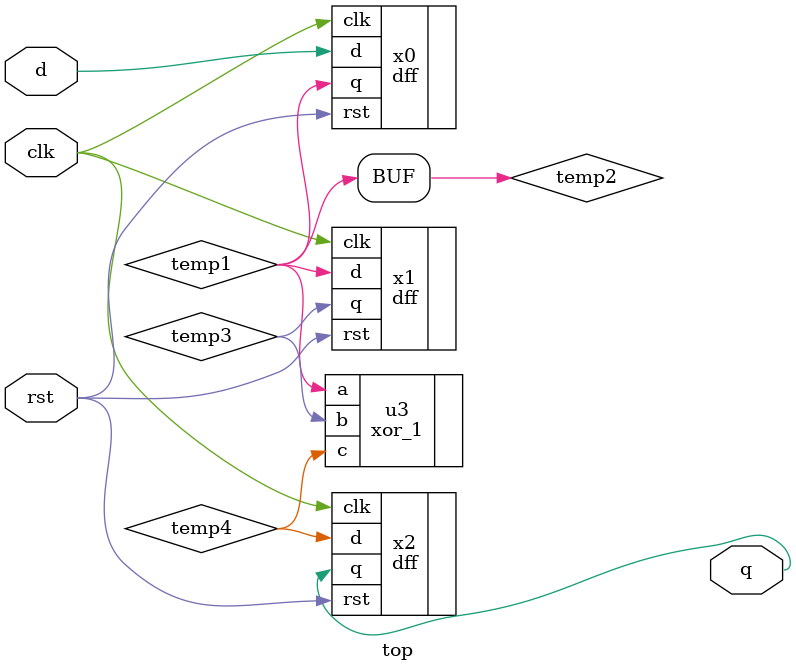
<source format=v>
module top(d,clk,rst,q);
  
  input d,clk,rst;
  output q;
  
  wire temp1,temp2,temp3,temp4;
  
  dff x0(.d(d),.clk(clk),.rst(rst),.q(temp1));
  buf #5 u1(temp2,temp1);
  dff x1(.d(temp2),.clk(clk),.rst(rst),.q(temp3));
  xor_1 u3(.a(temp2),.b(temp3),.c(temp4));
  dff x2(.d(temp4),.clk(clk),.rst(rst),.q(q));
  
  
endmodule
</source>
